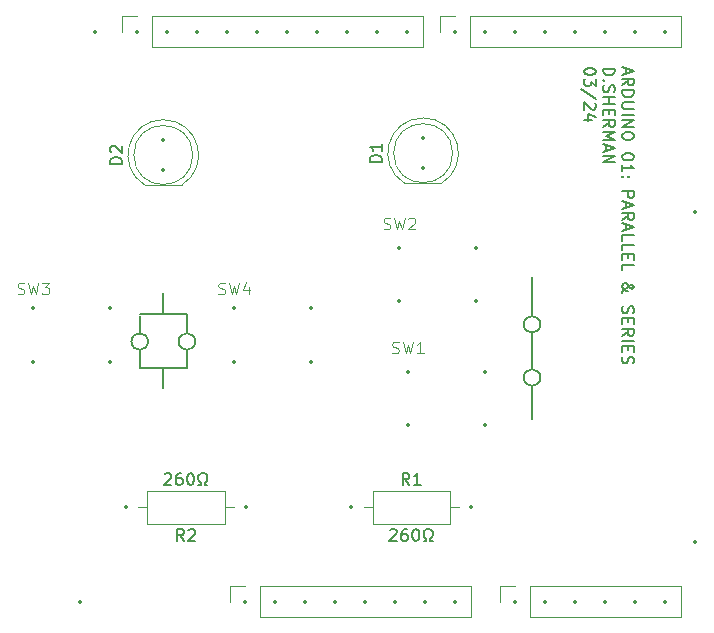
<source format=gbr>
%TF.GenerationSoftware,KiCad,Pcbnew,8.0.0*%
%TF.CreationDate,2024-03-19T17:26:08-04:00*%
%TF.ProjectId,1_arduino_project,315f6172-6475-4696-9e6f-5f70726f6a65,rev?*%
%TF.SameCoordinates,Original*%
%TF.FileFunction,Legend,Top*%
%TF.FilePolarity,Positive*%
%FSLAX46Y46*%
G04 Gerber Fmt 4.6, Leading zero omitted, Abs format (unit mm)*
G04 Created by KiCad (PCBNEW 8.0.0) date 2024-03-19 17:26:08*
%MOMM*%
%LPD*%
G01*
G04 APERTURE LIST*
%ADD10C,0.150000*%
%ADD11C,0.100000*%
%ADD12C,0.120000*%
%ADD13C,0.350000*%
G04 APERTURE END LIST*
D10*
X123000000Y-73150000D02*
X119000000Y-73150000D01*
X123700000Y-75450000D02*
G75*
G02*
X122300000Y-75450000I-700000J0D01*
G01*
X122300000Y-75450000D02*
G75*
G02*
X123700000Y-75450000I700000J0D01*
G01*
X123000000Y-73150000D02*
X123000000Y-74650000D01*
X123000000Y-77650000D02*
X123000000Y-76150000D01*
X119000000Y-77650000D02*
X123000000Y-77650000D01*
X152225000Y-70000000D02*
X152225000Y-73300000D01*
X121000000Y-77650000D02*
X121000000Y-79350000D01*
X152225000Y-74700000D02*
X152225000Y-77800000D01*
X152925000Y-78500000D02*
G75*
G02*
X151525000Y-78500000I-700000J0D01*
G01*
X151525000Y-78500000D02*
G75*
G02*
X152925000Y-78500000I700000J0D01*
G01*
X152225000Y-79200000D02*
X152225000Y-82000000D01*
X121000000Y-71300000D02*
X121000000Y-73150000D01*
X119000000Y-73250000D02*
X119000000Y-74750000D01*
X152925000Y-74000000D02*
G75*
G02*
X151525000Y-74000000I-700000J0D01*
G01*
X151525000Y-74000000D02*
G75*
G02*
X152925000Y-74000000I700000J0D01*
G01*
X119700000Y-75450000D02*
G75*
G02*
X118300000Y-75450000I-700000J0D01*
G01*
X118300000Y-75450000D02*
G75*
G02*
X119700000Y-75450000I700000J0D01*
G01*
X119000000Y-77650000D02*
X119000000Y-76150000D01*
X160135783Y-52289160D02*
X160135783Y-52765350D01*
X159850068Y-52193922D02*
X160850068Y-52527255D01*
X160850068Y-52527255D02*
X159850068Y-52860588D01*
X159850068Y-53765350D02*
X160326259Y-53432017D01*
X159850068Y-53193922D02*
X160850068Y-53193922D01*
X160850068Y-53193922D02*
X160850068Y-53574874D01*
X160850068Y-53574874D02*
X160802449Y-53670112D01*
X160802449Y-53670112D02*
X160754830Y-53717731D01*
X160754830Y-53717731D02*
X160659592Y-53765350D01*
X160659592Y-53765350D02*
X160516735Y-53765350D01*
X160516735Y-53765350D02*
X160421497Y-53717731D01*
X160421497Y-53717731D02*
X160373878Y-53670112D01*
X160373878Y-53670112D02*
X160326259Y-53574874D01*
X160326259Y-53574874D02*
X160326259Y-53193922D01*
X159850068Y-54193922D02*
X160850068Y-54193922D01*
X160850068Y-54193922D02*
X160850068Y-54432017D01*
X160850068Y-54432017D02*
X160802449Y-54574874D01*
X160802449Y-54574874D02*
X160707211Y-54670112D01*
X160707211Y-54670112D02*
X160611973Y-54717731D01*
X160611973Y-54717731D02*
X160421497Y-54765350D01*
X160421497Y-54765350D02*
X160278640Y-54765350D01*
X160278640Y-54765350D02*
X160088164Y-54717731D01*
X160088164Y-54717731D02*
X159992926Y-54670112D01*
X159992926Y-54670112D02*
X159897688Y-54574874D01*
X159897688Y-54574874D02*
X159850068Y-54432017D01*
X159850068Y-54432017D02*
X159850068Y-54193922D01*
X160850068Y-55193922D02*
X160040545Y-55193922D01*
X160040545Y-55193922D02*
X159945307Y-55241541D01*
X159945307Y-55241541D02*
X159897688Y-55289160D01*
X159897688Y-55289160D02*
X159850068Y-55384398D01*
X159850068Y-55384398D02*
X159850068Y-55574874D01*
X159850068Y-55574874D02*
X159897688Y-55670112D01*
X159897688Y-55670112D02*
X159945307Y-55717731D01*
X159945307Y-55717731D02*
X160040545Y-55765350D01*
X160040545Y-55765350D02*
X160850068Y-55765350D01*
X159850068Y-56241541D02*
X160850068Y-56241541D01*
X159850068Y-56717731D02*
X160850068Y-56717731D01*
X160850068Y-56717731D02*
X159850068Y-57289159D01*
X159850068Y-57289159D02*
X160850068Y-57289159D01*
X160850068Y-57955826D02*
X160850068Y-58146302D01*
X160850068Y-58146302D02*
X160802449Y-58241540D01*
X160802449Y-58241540D02*
X160707211Y-58336778D01*
X160707211Y-58336778D02*
X160516735Y-58384397D01*
X160516735Y-58384397D02*
X160183402Y-58384397D01*
X160183402Y-58384397D02*
X159992926Y-58336778D01*
X159992926Y-58336778D02*
X159897688Y-58241540D01*
X159897688Y-58241540D02*
X159850068Y-58146302D01*
X159850068Y-58146302D02*
X159850068Y-57955826D01*
X159850068Y-57955826D02*
X159897688Y-57860588D01*
X159897688Y-57860588D02*
X159992926Y-57765350D01*
X159992926Y-57765350D02*
X160183402Y-57717731D01*
X160183402Y-57717731D02*
X160516735Y-57717731D01*
X160516735Y-57717731D02*
X160707211Y-57765350D01*
X160707211Y-57765350D02*
X160802449Y-57860588D01*
X160802449Y-57860588D02*
X160850068Y-57955826D01*
X160850068Y-59765350D02*
X160850068Y-59860588D01*
X160850068Y-59860588D02*
X160802449Y-59955826D01*
X160802449Y-59955826D02*
X160754830Y-60003445D01*
X160754830Y-60003445D02*
X160659592Y-60051064D01*
X160659592Y-60051064D02*
X160469116Y-60098683D01*
X160469116Y-60098683D02*
X160231021Y-60098683D01*
X160231021Y-60098683D02*
X160040545Y-60051064D01*
X160040545Y-60051064D02*
X159945307Y-60003445D01*
X159945307Y-60003445D02*
X159897688Y-59955826D01*
X159897688Y-59955826D02*
X159850068Y-59860588D01*
X159850068Y-59860588D02*
X159850068Y-59765350D01*
X159850068Y-59765350D02*
X159897688Y-59670112D01*
X159897688Y-59670112D02*
X159945307Y-59622493D01*
X159945307Y-59622493D02*
X160040545Y-59574874D01*
X160040545Y-59574874D02*
X160231021Y-59527255D01*
X160231021Y-59527255D02*
X160469116Y-59527255D01*
X160469116Y-59527255D02*
X160659592Y-59574874D01*
X160659592Y-59574874D02*
X160754830Y-59622493D01*
X160754830Y-59622493D02*
X160802449Y-59670112D01*
X160802449Y-59670112D02*
X160850068Y-59765350D01*
X159850068Y-61051064D02*
X159850068Y-60479636D01*
X159850068Y-60765350D02*
X160850068Y-60765350D01*
X160850068Y-60765350D02*
X160707211Y-60670112D01*
X160707211Y-60670112D02*
X160611973Y-60574874D01*
X160611973Y-60574874D02*
X160564354Y-60479636D01*
X159945307Y-61479636D02*
X159897688Y-61527255D01*
X159897688Y-61527255D02*
X159850068Y-61479636D01*
X159850068Y-61479636D02*
X159897688Y-61432017D01*
X159897688Y-61432017D02*
X159945307Y-61479636D01*
X159945307Y-61479636D02*
X159850068Y-61479636D01*
X160469116Y-61479636D02*
X160421497Y-61527255D01*
X160421497Y-61527255D02*
X160373878Y-61479636D01*
X160373878Y-61479636D02*
X160421497Y-61432017D01*
X160421497Y-61432017D02*
X160469116Y-61479636D01*
X160469116Y-61479636D02*
X160373878Y-61479636D01*
X159850068Y-62717731D02*
X160850068Y-62717731D01*
X160850068Y-62717731D02*
X160850068Y-63098683D01*
X160850068Y-63098683D02*
X160802449Y-63193921D01*
X160802449Y-63193921D02*
X160754830Y-63241540D01*
X160754830Y-63241540D02*
X160659592Y-63289159D01*
X160659592Y-63289159D02*
X160516735Y-63289159D01*
X160516735Y-63289159D02*
X160421497Y-63241540D01*
X160421497Y-63241540D02*
X160373878Y-63193921D01*
X160373878Y-63193921D02*
X160326259Y-63098683D01*
X160326259Y-63098683D02*
X160326259Y-62717731D01*
X160135783Y-63670112D02*
X160135783Y-64146302D01*
X159850068Y-63574874D02*
X160850068Y-63908207D01*
X160850068Y-63908207D02*
X159850068Y-64241540D01*
X159850068Y-65146302D02*
X160326259Y-64812969D01*
X159850068Y-64574874D02*
X160850068Y-64574874D01*
X160850068Y-64574874D02*
X160850068Y-64955826D01*
X160850068Y-64955826D02*
X160802449Y-65051064D01*
X160802449Y-65051064D02*
X160754830Y-65098683D01*
X160754830Y-65098683D02*
X160659592Y-65146302D01*
X160659592Y-65146302D02*
X160516735Y-65146302D01*
X160516735Y-65146302D02*
X160421497Y-65098683D01*
X160421497Y-65098683D02*
X160373878Y-65051064D01*
X160373878Y-65051064D02*
X160326259Y-64955826D01*
X160326259Y-64955826D02*
X160326259Y-64574874D01*
X160135783Y-65527255D02*
X160135783Y-66003445D01*
X159850068Y-65432017D02*
X160850068Y-65765350D01*
X160850068Y-65765350D02*
X159850068Y-66098683D01*
X159850068Y-66908207D02*
X159850068Y-66432017D01*
X159850068Y-66432017D02*
X160850068Y-66432017D01*
X159850068Y-67717731D02*
X159850068Y-67241541D01*
X159850068Y-67241541D02*
X160850068Y-67241541D01*
X160373878Y-68051065D02*
X160373878Y-68384398D01*
X159850068Y-68527255D02*
X159850068Y-68051065D01*
X159850068Y-68051065D02*
X160850068Y-68051065D01*
X160850068Y-68051065D02*
X160850068Y-68527255D01*
X159850068Y-69432017D02*
X159850068Y-68955827D01*
X159850068Y-68955827D02*
X160850068Y-68955827D01*
X159850068Y-71336780D02*
X159850068Y-71289161D01*
X159850068Y-71289161D02*
X159897688Y-71193922D01*
X159897688Y-71193922D02*
X160040545Y-71051065D01*
X160040545Y-71051065D02*
X160326259Y-70812970D01*
X160326259Y-70812970D02*
X160469116Y-70717732D01*
X160469116Y-70717732D02*
X160611973Y-70670113D01*
X160611973Y-70670113D02*
X160707211Y-70670113D01*
X160707211Y-70670113D02*
X160802449Y-70717732D01*
X160802449Y-70717732D02*
X160850068Y-70812970D01*
X160850068Y-70812970D02*
X160850068Y-70860589D01*
X160850068Y-70860589D02*
X160802449Y-70955827D01*
X160802449Y-70955827D02*
X160707211Y-71003446D01*
X160707211Y-71003446D02*
X160659592Y-71003446D01*
X160659592Y-71003446D02*
X160564354Y-70955827D01*
X160564354Y-70955827D02*
X160516735Y-70908208D01*
X160516735Y-70908208D02*
X160326259Y-70622494D01*
X160326259Y-70622494D02*
X160278640Y-70574875D01*
X160278640Y-70574875D02*
X160183402Y-70527256D01*
X160183402Y-70527256D02*
X160040545Y-70527256D01*
X160040545Y-70527256D02*
X159945307Y-70574875D01*
X159945307Y-70574875D02*
X159897688Y-70622494D01*
X159897688Y-70622494D02*
X159850068Y-70717732D01*
X159850068Y-70717732D02*
X159850068Y-70860589D01*
X159850068Y-70860589D02*
X159897688Y-70955827D01*
X159897688Y-70955827D02*
X159945307Y-71003446D01*
X159945307Y-71003446D02*
X160135783Y-71146303D01*
X160135783Y-71146303D02*
X160278640Y-71193922D01*
X160278640Y-71193922D02*
X160373878Y-71193922D01*
X159897688Y-72479637D02*
X159850068Y-72622494D01*
X159850068Y-72622494D02*
X159850068Y-72860589D01*
X159850068Y-72860589D02*
X159897688Y-72955827D01*
X159897688Y-72955827D02*
X159945307Y-73003446D01*
X159945307Y-73003446D02*
X160040545Y-73051065D01*
X160040545Y-73051065D02*
X160135783Y-73051065D01*
X160135783Y-73051065D02*
X160231021Y-73003446D01*
X160231021Y-73003446D02*
X160278640Y-72955827D01*
X160278640Y-72955827D02*
X160326259Y-72860589D01*
X160326259Y-72860589D02*
X160373878Y-72670113D01*
X160373878Y-72670113D02*
X160421497Y-72574875D01*
X160421497Y-72574875D02*
X160469116Y-72527256D01*
X160469116Y-72527256D02*
X160564354Y-72479637D01*
X160564354Y-72479637D02*
X160659592Y-72479637D01*
X160659592Y-72479637D02*
X160754830Y-72527256D01*
X160754830Y-72527256D02*
X160802449Y-72574875D01*
X160802449Y-72574875D02*
X160850068Y-72670113D01*
X160850068Y-72670113D02*
X160850068Y-72908208D01*
X160850068Y-72908208D02*
X160802449Y-73051065D01*
X160373878Y-73479637D02*
X160373878Y-73812970D01*
X159850068Y-73955827D02*
X159850068Y-73479637D01*
X159850068Y-73479637D02*
X160850068Y-73479637D01*
X160850068Y-73479637D02*
X160850068Y-73955827D01*
X159850068Y-74955827D02*
X160326259Y-74622494D01*
X159850068Y-74384399D02*
X160850068Y-74384399D01*
X160850068Y-74384399D02*
X160850068Y-74765351D01*
X160850068Y-74765351D02*
X160802449Y-74860589D01*
X160802449Y-74860589D02*
X160754830Y-74908208D01*
X160754830Y-74908208D02*
X160659592Y-74955827D01*
X160659592Y-74955827D02*
X160516735Y-74955827D01*
X160516735Y-74955827D02*
X160421497Y-74908208D01*
X160421497Y-74908208D02*
X160373878Y-74860589D01*
X160373878Y-74860589D02*
X160326259Y-74765351D01*
X160326259Y-74765351D02*
X160326259Y-74384399D01*
X159850068Y-75384399D02*
X160850068Y-75384399D01*
X160373878Y-75860589D02*
X160373878Y-76193922D01*
X159850068Y-76336779D02*
X159850068Y-75860589D01*
X159850068Y-75860589D02*
X160850068Y-75860589D01*
X160850068Y-75860589D02*
X160850068Y-76336779D01*
X159897688Y-76717732D02*
X159850068Y-76860589D01*
X159850068Y-76860589D02*
X159850068Y-77098684D01*
X159850068Y-77098684D02*
X159897688Y-77193922D01*
X159897688Y-77193922D02*
X159945307Y-77241541D01*
X159945307Y-77241541D02*
X160040545Y-77289160D01*
X160040545Y-77289160D02*
X160135783Y-77289160D01*
X160135783Y-77289160D02*
X160231021Y-77241541D01*
X160231021Y-77241541D02*
X160278640Y-77193922D01*
X160278640Y-77193922D02*
X160326259Y-77098684D01*
X160326259Y-77098684D02*
X160373878Y-76908208D01*
X160373878Y-76908208D02*
X160421497Y-76812970D01*
X160421497Y-76812970D02*
X160469116Y-76765351D01*
X160469116Y-76765351D02*
X160564354Y-76717732D01*
X160564354Y-76717732D02*
X160659592Y-76717732D01*
X160659592Y-76717732D02*
X160754830Y-76765351D01*
X160754830Y-76765351D02*
X160802449Y-76812970D01*
X160802449Y-76812970D02*
X160850068Y-76908208D01*
X160850068Y-76908208D02*
X160850068Y-77146303D01*
X160850068Y-77146303D02*
X160802449Y-77289160D01*
X158240124Y-52336779D02*
X159240124Y-52336779D01*
X159240124Y-52336779D02*
X159240124Y-52574874D01*
X159240124Y-52574874D02*
X159192505Y-52717731D01*
X159192505Y-52717731D02*
X159097267Y-52812969D01*
X159097267Y-52812969D02*
X159002029Y-52860588D01*
X159002029Y-52860588D02*
X158811553Y-52908207D01*
X158811553Y-52908207D02*
X158668696Y-52908207D01*
X158668696Y-52908207D02*
X158478220Y-52860588D01*
X158478220Y-52860588D02*
X158382982Y-52812969D01*
X158382982Y-52812969D02*
X158287744Y-52717731D01*
X158287744Y-52717731D02*
X158240124Y-52574874D01*
X158240124Y-52574874D02*
X158240124Y-52336779D01*
X158335363Y-53336779D02*
X158287744Y-53384398D01*
X158287744Y-53384398D02*
X158240124Y-53336779D01*
X158240124Y-53336779D02*
X158287744Y-53289160D01*
X158287744Y-53289160D02*
X158335363Y-53336779D01*
X158335363Y-53336779D02*
X158240124Y-53336779D01*
X158287744Y-53765350D02*
X158240124Y-53908207D01*
X158240124Y-53908207D02*
X158240124Y-54146302D01*
X158240124Y-54146302D02*
X158287744Y-54241540D01*
X158287744Y-54241540D02*
X158335363Y-54289159D01*
X158335363Y-54289159D02*
X158430601Y-54336778D01*
X158430601Y-54336778D02*
X158525839Y-54336778D01*
X158525839Y-54336778D02*
X158621077Y-54289159D01*
X158621077Y-54289159D02*
X158668696Y-54241540D01*
X158668696Y-54241540D02*
X158716315Y-54146302D01*
X158716315Y-54146302D02*
X158763934Y-53955826D01*
X158763934Y-53955826D02*
X158811553Y-53860588D01*
X158811553Y-53860588D02*
X158859172Y-53812969D01*
X158859172Y-53812969D02*
X158954410Y-53765350D01*
X158954410Y-53765350D02*
X159049648Y-53765350D01*
X159049648Y-53765350D02*
X159144886Y-53812969D01*
X159144886Y-53812969D02*
X159192505Y-53860588D01*
X159192505Y-53860588D02*
X159240124Y-53955826D01*
X159240124Y-53955826D02*
X159240124Y-54193921D01*
X159240124Y-54193921D02*
X159192505Y-54336778D01*
X158240124Y-54765350D02*
X159240124Y-54765350D01*
X158763934Y-54765350D02*
X158763934Y-55336778D01*
X158240124Y-55336778D02*
X159240124Y-55336778D01*
X158763934Y-55812969D02*
X158763934Y-56146302D01*
X158240124Y-56289159D02*
X158240124Y-55812969D01*
X158240124Y-55812969D02*
X159240124Y-55812969D01*
X159240124Y-55812969D02*
X159240124Y-56289159D01*
X158240124Y-57289159D02*
X158716315Y-56955826D01*
X158240124Y-56717731D02*
X159240124Y-56717731D01*
X159240124Y-56717731D02*
X159240124Y-57098683D01*
X159240124Y-57098683D02*
X159192505Y-57193921D01*
X159192505Y-57193921D02*
X159144886Y-57241540D01*
X159144886Y-57241540D02*
X159049648Y-57289159D01*
X159049648Y-57289159D02*
X158906791Y-57289159D01*
X158906791Y-57289159D02*
X158811553Y-57241540D01*
X158811553Y-57241540D02*
X158763934Y-57193921D01*
X158763934Y-57193921D02*
X158716315Y-57098683D01*
X158716315Y-57098683D02*
X158716315Y-56717731D01*
X158240124Y-57717731D02*
X159240124Y-57717731D01*
X159240124Y-57717731D02*
X158525839Y-58051064D01*
X158525839Y-58051064D02*
X159240124Y-58384397D01*
X159240124Y-58384397D02*
X158240124Y-58384397D01*
X158525839Y-58812969D02*
X158525839Y-59289159D01*
X158240124Y-58717731D02*
X159240124Y-59051064D01*
X159240124Y-59051064D02*
X158240124Y-59384397D01*
X158240124Y-59717731D02*
X159240124Y-59717731D01*
X159240124Y-59717731D02*
X158240124Y-60289159D01*
X158240124Y-60289159D02*
X159240124Y-60289159D01*
X157630180Y-52527255D02*
X157630180Y-52622493D01*
X157630180Y-52622493D02*
X157582561Y-52717731D01*
X157582561Y-52717731D02*
X157534942Y-52765350D01*
X157534942Y-52765350D02*
X157439704Y-52812969D01*
X157439704Y-52812969D02*
X157249228Y-52860588D01*
X157249228Y-52860588D02*
X157011133Y-52860588D01*
X157011133Y-52860588D02*
X156820657Y-52812969D01*
X156820657Y-52812969D02*
X156725419Y-52765350D01*
X156725419Y-52765350D02*
X156677800Y-52717731D01*
X156677800Y-52717731D02*
X156630180Y-52622493D01*
X156630180Y-52622493D02*
X156630180Y-52527255D01*
X156630180Y-52527255D02*
X156677800Y-52432017D01*
X156677800Y-52432017D02*
X156725419Y-52384398D01*
X156725419Y-52384398D02*
X156820657Y-52336779D01*
X156820657Y-52336779D02*
X157011133Y-52289160D01*
X157011133Y-52289160D02*
X157249228Y-52289160D01*
X157249228Y-52289160D02*
X157439704Y-52336779D01*
X157439704Y-52336779D02*
X157534942Y-52384398D01*
X157534942Y-52384398D02*
X157582561Y-52432017D01*
X157582561Y-52432017D02*
X157630180Y-52527255D01*
X157630180Y-53193922D02*
X157630180Y-53812969D01*
X157630180Y-53812969D02*
X157249228Y-53479636D01*
X157249228Y-53479636D02*
X157249228Y-53622493D01*
X157249228Y-53622493D02*
X157201609Y-53717731D01*
X157201609Y-53717731D02*
X157153990Y-53765350D01*
X157153990Y-53765350D02*
X157058752Y-53812969D01*
X157058752Y-53812969D02*
X156820657Y-53812969D01*
X156820657Y-53812969D02*
X156725419Y-53765350D01*
X156725419Y-53765350D02*
X156677800Y-53717731D01*
X156677800Y-53717731D02*
X156630180Y-53622493D01*
X156630180Y-53622493D02*
X156630180Y-53336779D01*
X156630180Y-53336779D02*
X156677800Y-53241541D01*
X156677800Y-53241541D02*
X156725419Y-53193922D01*
X157677800Y-54955826D02*
X156392085Y-54098684D01*
X157534942Y-55241541D02*
X157582561Y-55289160D01*
X157582561Y-55289160D02*
X157630180Y-55384398D01*
X157630180Y-55384398D02*
X157630180Y-55622493D01*
X157630180Y-55622493D02*
X157582561Y-55717731D01*
X157582561Y-55717731D02*
X157534942Y-55765350D01*
X157534942Y-55765350D02*
X157439704Y-55812969D01*
X157439704Y-55812969D02*
X157344466Y-55812969D01*
X157344466Y-55812969D02*
X157201609Y-55765350D01*
X157201609Y-55765350D02*
X156630180Y-55193922D01*
X156630180Y-55193922D02*
X156630180Y-55812969D01*
X157296847Y-56670112D02*
X156630180Y-56670112D01*
X157677800Y-56432017D02*
X156963514Y-56193922D01*
X156963514Y-56193922D02*
X156963514Y-56812969D01*
X141833333Y-87584819D02*
X141500000Y-87108628D01*
X141261905Y-87584819D02*
X141261905Y-86584819D01*
X141261905Y-86584819D02*
X141642857Y-86584819D01*
X141642857Y-86584819D02*
X141738095Y-86632438D01*
X141738095Y-86632438D02*
X141785714Y-86680057D01*
X141785714Y-86680057D02*
X141833333Y-86775295D01*
X141833333Y-86775295D02*
X141833333Y-86918152D01*
X141833333Y-86918152D02*
X141785714Y-87013390D01*
X141785714Y-87013390D02*
X141738095Y-87061009D01*
X141738095Y-87061009D02*
X141642857Y-87108628D01*
X141642857Y-87108628D02*
X141261905Y-87108628D01*
X142785714Y-87584819D02*
X142214286Y-87584819D01*
X142500000Y-87584819D02*
X142500000Y-86584819D01*
X142500000Y-86584819D02*
X142404762Y-86727676D01*
X142404762Y-86727676D02*
X142309524Y-86822914D01*
X142309524Y-86822914D02*
X142214286Y-86870533D01*
X140190476Y-91420057D02*
X140238095Y-91372438D01*
X140238095Y-91372438D02*
X140333333Y-91324819D01*
X140333333Y-91324819D02*
X140571428Y-91324819D01*
X140571428Y-91324819D02*
X140666666Y-91372438D01*
X140666666Y-91372438D02*
X140714285Y-91420057D01*
X140714285Y-91420057D02*
X140761904Y-91515295D01*
X140761904Y-91515295D02*
X140761904Y-91610533D01*
X140761904Y-91610533D02*
X140714285Y-91753390D01*
X140714285Y-91753390D02*
X140142857Y-92324819D01*
X140142857Y-92324819D02*
X140761904Y-92324819D01*
X141619047Y-91324819D02*
X141428571Y-91324819D01*
X141428571Y-91324819D02*
X141333333Y-91372438D01*
X141333333Y-91372438D02*
X141285714Y-91420057D01*
X141285714Y-91420057D02*
X141190476Y-91562914D01*
X141190476Y-91562914D02*
X141142857Y-91753390D01*
X141142857Y-91753390D02*
X141142857Y-92134342D01*
X141142857Y-92134342D02*
X141190476Y-92229580D01*
X141190476Y-92229580D02*
X141238095Y-92277200D01*
X141238095Y-92277200D02*
X141333333Y-92324819D01*
X141333333Y-92324819D02*
X141523809Y-92324819D01*
X141523809Y-92324819D02*
X141619047Y-92277200D01*
X141619047Y-92277200D02*
X141666666Y-92229580D01*
X141666666Y-92229580D02*
X141714285Y-92134342D01*
X141714285Y-92134342D02*
X141714285Y-91896247D01*
X141714285Y-91896247D02*
X141666666Y-91801009D01*
X141666666Y-91801009D02*
X141619047Y-91753390D01*
X141619047Y-91753390D02*
X141523809Y-91705771D01*
X141523809Y-91705771D02*
X141333333Y-91705771D01*
X141333333Y-91705771D02*
X141238095Y-91753390D01*
X141238095Y-91753390D02*
X141190476Y-91801009D01*
X141190476Y-91801009D02*
X141142857Y-91896247D01*
X142333333Y-91324819D02*
X142428571Y-91324819D01*
X142428571Y-91324819D02*
X142523809Y-91372438D01*
X142523809Y-91372438D02*
X142571428Y-91420057D01*
X142571428Y-91420057D02*
X142619047Y-91515295D01*
X142619047Y-91515295D02*
X142666666Y-91705771D01*
X142666666Y-91705771D02*
X142666666Y-91943866D01*
X142666666Y-91943866D02*
X142619047Y-92134342D01*
X142619047Y-92134342D02*
X142571428Y-92229580D01*
X142571428Y-92229580D02*
X142523809Y-92277200D01*
X142523809Y-92277200D02*
X142428571Y-92324819D01*
X142428571Y-92324819D02*
X142333333Y-92324819D01*
X142333333Y-92324819D02*
X142238095Y-92277200D01*
X142238095Y-92277200D02*
X142190476Y-92229580D01*
X142190476Y-92229580D02*
X142142857Y-92134342D01*
X142142857Y-92134342D02*
X142095238Y-91943866D01*
X142095238Y-91943866D02*
X142095238Y-91705771D01*
X142095238Y-91705771D02*
X142142857Y-91515295D01*
X142142857Y-91515295D02*
X142190476Y-91420057D01*
X142190476Y-91420057D02*
X142238095Y-91372438D01*
X142238095Y-91372438D02*
X142333333Y-91324819D01*
X143047619Y-92324819D02*
X143285714Y-92324819D01*
X143285714Y-92324819D02*
X143285714Y-92134342D01*
X143285714Y-92134342D02*
X143190476Y-92086723D01*
X143190476Y-92086723D02*
X143095238Y-91991485D01*
X143095238Y-91991485D02*
X143047619Y-91848628D01*
X143047619Y-91848628D02*
X143047619Y-91610533D01*
X143047619Y-91610533D02*
X143095238Y-91467676D01*
X143095238Y-91467676D02*
X143190476Y-91372438D01*
X143190476Y-91372438D02*
X143333333Y-91324819D01*
X143333333Y-91324819D02*
X143523809Y-91324819D01*
X143523809Y-91324819D02*
X143666666Y-91372438D01*
X143666666Y-91372438D02*
X143761904Y-91467676D01*
X143761904Y-91467676D02*
X143809523Y-91610533D01*
X143809523Y-91610533D02*
X143809523Y-91848628D01*
X143809523Y-91848628D02*
X143761904Y-91991485D01*
X143761904Y-91991485D02*
X143666666Y-92086723D01*
X143666666Y-92086723D02*
X143571428Y-92134342D01*
X143571428Y-92134342D02*
X143571428Y-92324819D01*
X143571428Y-92324819D02*
X143809523Y-92324819D01*
X122753333Y-92324819D02*
X122420000Y-91848628D01*
X122181905Y-92324819D02*
X122181905Y-91324819D01*
X122181905Y-91324819D02*
X122562857Y-91324819D01*
X122562857Y-91324819D02*
X122658095Y-91372438D01*
X122658095Y-91372438D02*
X122705714Y-91420057D01*
X122705714Y-91420057D02*
X122753333Y-91515295D01*
X122753333Y-91515295D02*
X122753333Y-91658152D01*
X122753333Y-91658152D02*
X122705714Y-91753390D01*
X122705714Y-91753390D02*
X122658095Y-91801009D01*
X122658095Y-91801009D02*
X122562857Y-91848628D01*
X122562857Y-91848628D02*
X122181905Y-91848628D01*
X123134286Y-91420057D02*
X123181905Y-91372438D01*
X123181905Y-91372438D02*
X123277143Y-91324819D01*
X123277143Y-91324819D02*
X123515238Y-91324819D01*
X123515238Y-91324819D02*
X123610476Y-91372438D01*
X123610476Y-91372438D02*
X123658095Y-91420057D01*
X123658095Y-91420057D02*
X123705714Y-91515295D01*
X123705714Y-91515295D02*
X123705714Y-91610533D01*
X123705714Y-91610533D02*
X123658095Y-91753390D01*
X123658095Y-91753390D02*
X123086667Y-92324819D01*
X123086667Y-92324819D02*
X123705714Y-92324819D01*
X121110476Y-86680057D02*
X121158095Y-86632438D01*
X121158095Y-86632438D02*
X121253333Y-86584819D01*
X121253333Y-86584819D02*
X121491428Y-86584819D01*
X121491428Y-86584819D02*
X121586666Y-86632438D01*
X121586666Y-86632438D02*
X121634285Y-86680057D01*
X121634285Y-86680057D02*
X121681904Y-86775295D01*
X121681904Y-86775295D02*
X121681904Y-86870533D01*
X121681904Y-86870533D02*
X121634285Y-87013390D01*
X121634285Y-87013390D02*
X121062857Y-87584819D01*
X121062857Y-87584819D02*
X121681904Y-87584819D01*
X122539047Y-86584819D02*
X122348571Y-86584819D01*
X122348571Y-86584819D02*
X122253333Y-86632438D01*
X122253333Y-86632438D02*
X122205714Y-86680057D01*
X122205714Y-86680057D02*
X122110476Y-86822914D01*
X122110476Y-86822914D02*
X122062857Y-87013390D01*
X122062857Y-87013390D02*
X122062857Y-87394342D01*
X122062857Y-87394342D02*
X122110476Y-87489580D01*
X122110476Y-87489580D02*
X122158095Y-87537200D01*
X122158095Y-87537200D02*
X122253333Y-87584819D01*
X122253333Y-87584819D02*
X122443809Y-87584819D01*
X122443809Y-87584819D02*
X122539047Y-87537200D01*
X122539047Y-87537200D02*
X122586666Y-87489580D01*
X122586666Y-87489580D02*
X122634285Y-87394342D01*
X122634285Y-87394342D02*
X122634285Y-87156247D01*
X122634285Y-87156247D02*
X122586666Y-87061009D01*
X122586666Y-87061009D02*
X122539047Y-87013390D01*
X122539047Y-87013390D02*
X122443809Y-86965771D01*
X122443809Y-86965771D02*
X122253333Y-86965771D01*
X122253333Y-86965771D02*
X122158095Y-87013390D01*
X122158095Y-87013390D02*
X122110476Y-87061009D01*
X122110476Y-87061009D02*
X122062857Y-87156247D01*
X123253333Y-86584819D02*
X123348571Y-86584819D01*
X123348571Y-86584819D02*
X123443809Y-86632438D01*
X123443809Y-86632438D02*
X123491428Y-86680057D01*
X123491428Y-86680057D02*
X123539047Y-86775295D01*
X123539047Y-86775295D02*
X123586666Y-86965771D01*
X123586666Y-86965771D02*
X123586666Y-87203866D01*
X123586666Y-87203866D02*
X123539047Y-87394342D01*
X123539047Y-87394342D02*
X123491428Y-87489580D01*
X123491428Y-87489580D02*
X123443809Y-87537200D01*
X123443809Y-87537200D02*
X123348571Y-87584819D01*
X123348571Y-87584819D02*
X123253333Y-87584819D01*
X123253333Y-87584819D02*
X123158095Y-87537200D01*
X123158095Y-87537200D02*
X123110476Y-87489580D01*
X123110476Y-87489580D02*
X123062857Y-87394342D01*
X123062857Y-87394342D02*
X123015238Y-87203866D01*
X123015238Y-87203866D02*
X123015238Y-86965771D01*
X123015238Y-86965771D02*
X123062857Y-86775295D01*
X123062857Y-86775295D02*
X123110476Y-86680057D01*
X123110476Y-86680057D02*
X123158095Y-86632438D01*
X123158095Y-86632438D02*
X123253333Y-86584819D01*
X123967619Y-87584819D02*
X124205714Y-87584819D01*
X124205714Y-87584819D02*
X124205714Y-87394342D01*
X124205714Y-87394342D02*
X124110476Y-87346723D01*
X124110476Y-87346723D02*
X124015238Y-87251485D01*
X124015238Y-87251485D02*
X123967619Y-87108628D01*
X123967619Y-87108628D02*
X123967619Y-86870533D01*
X123967619Y-86870533D02*
X124015238Y-86727676D01*
X124015238Y-86727676D02*
X124110476Y-86632438D01*
X124110476Y-86632438D02*
X124253333Y-86584819D01*
X124253333Y-86584819D02*
X124443809Y-86584819D01*
X124443809Y-86584819D02*
X124586666Y-86632438D01*
X124586666Y-86632438D02*
X124681904Y-86727676D01*
X124681904Y-86727676D02*
X124729523Y-86870533D01*
X124729523Y-86870533D02*
X124729523Y-87108628D01*
X124729523Y-87108628D02*
X124681904Y-87251485D01*
X124681904Y-87251485D02*
X124586666Y-87346723D01*
X124586666Y-87346723D02*
X124491428Y-87394342D01*
X124491428Y-87394342D02*
X124491428Y-87584819D01*
X124491428Y-87584819D02*
X124729523Y-87584819D01*
D11*
X108666667Y-71409800D02*
X108809524Y-71457419D01*
X108809524Y-71457419D02*
X109047619Y-71457419D01*
X109047619Y-71457419D02*
X109142857Y-71409800D01*
X109142857Y-71409800D02*
X109190476Y-71362180D01*
X109190476Y-71362180D02*
X109238095Y-71266942D01*
X109238095Y-71266942D02*
X109238095Y-71171704D01*
X109238095Y-71171704D02*
X109190476Y-71076466D01*
X109190476Y-71076466D02*
X109142857Y-71028847D01*
X109142857Y-71028847D02*
X109047619Y-70981228D01*
X109047619Y-70981228D02*
X108857143Y-70933609D01*
X108857143Y-70933609D02*
X108761905Y-70885990D01*
X108761905Y-70885990D02*
X108714286Y-70838371D01*
X108714286Y-70838371D02*
X108666667Y-70743133D01*
X108666667Y-70743133D02*
X108666667Y-70647895D01*
X108666667Y-70647895D02*
X108714286Y-70552657D01*
X108714286Y-70552657D02*
X108761905Y-70505038D01*
X108761905Y-70505038D02*
X108857143Y-70457419D01*
X108857143Y-70457419D02*
X109095238Y-70457419D01*
X109095238Y-70457419D02*
X109238095Y-70505038D01*
X109571429Y-70457419D02*
X109809524Y-71457419D01*
X109809524Y-71457419D02*
X110000000Y-70743133D01*
X110000000Y-70743133D02*
X110190476Y-71457419D01*
X110190476Y-71457419D02*
X110428572Y-70457419D01*
X110714286Y-70457419D02*
X111333333Y-70457419D01*
X111333333Y-70457419D02*
X111000000Y-70838371D01*
X111000000Y-70838371D02*
X111142857Y-70838371D01*
X111142857Y-70838371D02*
X111238095Y-70885990D01*
X111238095Y-70885990D02*
X111285714Y-70933609D01*
X111285714Y-70933609D02*
X111333333Y-71028847D01*
X111333333Y-71028847D02*
X111333333Y-71266942D01*
X111333333Y-71266942D02*
X111285714Y-71362180D01*
X111285714Y-71362180D02*
X111238095Y-71409800D01*
X111238095Y-71409800D02*
X111142857Y-71457419D01*
X111142857Y-71457419D02*
X110857143Y-71457419D01*
X110857143Y-71457419D02*
X110761905Y-71409800D01*
X110761905Y-71409800D02*
X110714286Y-71362180D01*
D10*
X139494819Y-60243094D02*
X138494819Y-60243094D01*
X138494819Y-60243094D02*
X138494819Y-60004999D01*
X138494819Y-60004999D02*
X138542438Y-59862142D01*
X138542438Y-59862142D02*
X138637676Y-59766904D01*
X138637676Y-59766904D02*
X138732914Y-59719285D01*
X138732914Y-59719285D02*
X138923390Y-59671666D01*
X138923390Y-59671666D02*
X139066247Y-59671666D01*
X139066247Y-59671666D02*
X139256723Y-59719285D01*
X139256723Y-59719285D02*
X139351961Y-59766904D01*
X139351961Y-59766904D02*
X139447200Y-59862142D01*
X139447200Y-59862142D02*
X139494819Y-60004999D01*
X139494819Y-60004999D02*
X139494819Y-60243094D01*
X139494819Y-58719285D02*
X139494819Y-59290713D01*
X139494819Y-59004999D02*
X138494819Y-59004999D01*
X138494819Y-59004999D02*
X138637676Y-59100237D01*
X138637676Y-59100237D02*
X138732914Y-59195475D01*
X138732914Y-59195475D02*
X138780533Y-59290713D01*
D11*
X139666667Y-65909800D02*
X139809524Y-65957419D01*
X139809524Y-65957419D02*
X140047619Y-65957419D01*
X140047619Y-65957419D02*
X140142857Y-65909800D01*
X140142857Y-65909800D02*
X140190476Y-65862180D01*
X140190476Y-65862180D02*
X140238095Y-65766942D01*
X140238095Y-65766942D02*
X140238095Y-65671704D01*
X140238095Y-65671704D02*
X140190476Y-65576466D01*
X140190476Y-65576466D02*
X140142857Y-65528847D01*
X140142857Y-65528847D02*
X140047619Y-65481228D01*
X140047619Y-65481228D02*
X139857143Y-65433609D01*
X139857143Y-65433609D02*
X139761905Y-65385990D01*
X139761905Y-65385990D02*
X139714286Y-65338371D01*
X139714286Y-65338371D02*
X139666667Y-65243133D01*
X139666667Y-65243133D02*
X139666667Y-65147895D01*
X139666667Y-65147895D02*
X139714286Y-65052657D01*
X139714286Y-65052657D02*
X139761905Y-65005038D01*
X139761905Y-65005038D02*
X139857143Y-64957419D01*
X139857143Y-64957419D02*
X140095238Y-64957419D01*
X140095238Y-64957419D02*
X140238095Y-65005038D01*
X140571429Y-64957419D02*
X140809524Y-65957419D01*
X140809524Y-65957419D02*
X141000000Y-65243133D01*
X141000000Y-65243133D02*
X141190476Y-65957419D01*
X141190476Y-65957419D02*
X141428572Y-64957419D01*
X141761905Y-65052657D02*
X141809524Y-65005038D01*
X141809524Y-65005038D02*
X141904762Y-64957419D01*
X141904762Y-64957419D02*
X142142857Y-64957419D01*
X142142857Y-64957419D02*
X142238095Y-65005038D01*
X142238095Y-65005038D02*
X142285714Y-65052657D01*
X142285714Y-65052657D02*
X142333333Y-65147895D01*
X142333333Y-65147895D02*
X142333333Y-65243133D01*
X142333333Y-65243133D02*
X142285714Y-65385990D01*
X142285714Y-65385990D02*
X141714286Y-65957419D01*
X141714286Y-65957419D02*
X142333333Y-65957419D01*
D10*
X117494819Y-60393094D02*
X116494819Y-60393094D01*
X116494819Y-60393094D02*
X116494819Y-60154999D01*
X116494819Y-60154999D02*
X116542438Y-60012142D01*
X116542438Y-60012142D02*
X116637676Y-59916904D01*
X116637676Y-59916904D02*
X116732914Y-59869285D01*
X116732914Y-59869285D02*
X116923390Y-59821666D01*
X116923390Y-59821666D02*
X117066247Y-59821666D01*
X117066247Y-59821666D02*
X117256723Y-59869285D01*
X117256723Y-59869285D02*
X117351961Y-59916904D01*
X117351961Y-59916904D02*
X117447200Y-60012142D01*
X117447200Y-60012142D02*
X117494819Y-60154999D01*
X117494819Y-60154999D02*
X117494819Y-60393094D01*
X116590057Y-59440713D02*
X116542438Y-59393094D01*
X116542438Y-59393094D02*
X116494819Y-59297856D01*
X116494819Y-59297856D02*
X116494819Y-59059761D01*
X116494819Y-59059761D02*
X116542438Y-58964523D01*
X116542438Y-58964523D02*
X116590057Y-58916904D01*
X116590057Y-58916904D02*
X116685295Y-58869285D01*
X116685295Y-58869285D02*
X116780533Y-58869285D01*
X116780533Y-58869285D02*
X116923390Y-58916904D01*
X116923390Y-58916904D02*
X117494819Y-59488332D01*
X117494819Y-59488332D02*
X117494819Y-58869285D01*
D11*
X125666667Y-71409800D02*
X125809524Y-71457419D01*
X125809524Y-71457419D02*
X126047619Y-71457419D01*
X126047619Y-71457419D02*
X126142857Y-71409800D01*
X126142857Y-71409800D02*
X126190476Y-71362180D01*
X126190476Y-71362180D02*
X126238095Y-71266942D01*
X126238095Y-71266942D02*
X126238095Y-71171704D01*
X126238095Y-71171704D02*
X126190476Y-71076466D01*
X126190476Y-71076466D02*
X126142857Y-71028847D01*
X126142857Y-71028847D02*
X126047619Y-70981228D01*
X126047619Y-70981228D02*
X125857143Y-70933609D01*
X125857143Y-70933609D02*
X125761905Y-70885990D01*
X125761905Y-70885990D02*
X125714286Y-70838371D01*
X125714286Y-70838371D02*
X125666667Y-70743133D01*
X125666667Y-70743133D02*
X125666667Y-70647895D01*
X125666667Y-70647895D02*
X125714286Y-70552657D01*
X125714286Y-70552657D02*
X125761905Y-70505038D01*
X125761905Y-70505038D02*
X125857143Y-70457419D01*
X125857143Y-70457419D02*
X126095238Y-70457419D01*
X126095238Y-70457419D02*
X126238095Y-70505038D01*
X126571429Y-70457419D02*
X126809524Y-71457419D01*
X126809524Y-71457419D02*
X127000000Y-70743133D01*
X127000000Y-70743133D02*
X127190476Y-71457419D01*
X127190476Y-71457419D02*
X127428572Y-70457419D01*
X128238095Y-70790752D02*
X128238095Y-71457419D01*
X128000000Y-70409800D02*
X127761905Y-71124085D01*
X127761905Y-71124085D02*
X128380952Y-71124085D01*
X140391667Y-76409800D02*
X140534524Y-76457419D01*
X140534524Y-76457419D02*
X140772619Y-76457419D01*
X140772619Y-76457419D02*
X140867857Y-76409800D01*
X140867857Y-76409800D02*
X140915476Y-76362180D01*
X140915476Y-76362180D02*
X140963095Y-76266942D01*
X140963095Y-76266942D02*
X140963095Y-76171704D01*
X140963095Y-76171704D02*
X140915476Y-76076466D01*
X140915476Y-76076466D02*
X140867857Y-76028847D01*
X140867857Y-76028847D02*
X140772619Y-75981228D01*
X140772619Y-75981228D02*
X140582143Y-75933609D01*
X140582143Y-75933609D02*
X140486905Y-75885990D01*
X140486905Y-75885990D02*
X140439286Y-75838371D01*
X140439286Y-75838371D02*
X140391667Y-75743133D01*
X140391667Y-75743133D02*
X140391667Y-75647895D01*
X140391667Y-75647895D02*
X140439286Y-75552657D01*
X140439286Y-75552657D02*
X140486905Y-75505038D01*
X140486905Y-75505038D02*
X140582143Y-75457419D01*
X140582143Y-75457419D02*
X140820238Y-75457419D01*
X140820238Y-75457419D02*
X140963095Y-75505038D01*
X141296429Y-75457419D02*
X141534524Y-76457419D01*
X141534524Y-76457419D02*
X141725000Y-75743133D01*
X141725000Y-75743133D02*
X141915476Y-76457419D01*
X141915476Y-76457419D02*
X142153572Y-75457419D01*
X143058333Y-76457419D02*
X142486905Y-76457419D01*
X142772619Y-76457419D02*
X142772619Y-75457419D01*
X142772619Y-75457419D02*
X142677381Y-75600276D01*
X142677381Y-75600276D02*
X142582143Y-75695514D01*
X142582143Y-75695514D02*
X142486905Y-75743133D01*
D12*
%TO.C,J1*%
X126610000Y-96130000D02*
X127940000Y-96130000D01*
X126610000Y-97460000D02*
X126610000Y-96130000D01*
X129210000Y-96130000D02*
X147050000Y-96130000D01*
X129210000Y-98790000D02*
X129210000Y-96130000D01*
X129210000Y-98790000D02*
X147050000Y-98790000D01*
X147050000Y-98790000D02*
X147050000Y-96130000D01*
%TO.C,J3*%
X149470000Y-96130000D02*
X150800000Y-96130000D01*
X149470000Y-97460000D02*
X149470000Y-96130000D01*
X152070000Y-96130000D02*
X164830000Y-96130000D01*
X152070000Y-98790000D02*
X152070000Y-96130000D01*
X152070000Y-98790000D02*
X164830000Y-98790000D01*
X164830000Y-98790000D02*
X164830000Y-96130000D01*
%TO.C,J2*%
X117466000Y-47870000D02*
X118796000Y-47870000D01*
X117466000Y-49200000D02*
X117466000Y-47870000D01*
X120066000Y-47870000D02*
X142986000Y-47870000D01*
X120066000Y-50530000D02*
X120066000Y-47870000D01*
X120066000Y-50530000D02*
X142986000Y-50530000D01*
X142986000Y-50530000D02*
X142986000Y-47870000D01*
%TO.C,J4*%
X144390000Y-47870000D02*
X145720000Y-47870000D01*
X144390000Y-49200000D02*
X144390000Y-47870000D01*
X146990000Y-47870000D02*
X164830000Y-47870000D01*
X146990000Y-50530000D02*
X146990000Y-47870000D01*
X146990000Y-50530000D02*
X164830000Y-50530000D01*
X164830000Y-50530000D02*
X164830000Y-47870000D01*
%TO.C,R1*%
X137960000Y-89500000D02*
X138730000Y-89500000D01*
X138730000Y-88130000D02*
X138730000Y-90870000D01*
X138730000Y-90870000D02*
X145270000Y-90870000D01*
X145270000Y-88130000D02*
X138730000Y-88130000D01*
X145270000Y-90870000D02*
X145270000Y-88130000D01*
X146040000Y-89500000D02*
X145270000Y-89500000D01*
%TO.C,R2*%
X118880000Y-89500000D02*
X119650000Y-89500000D01*
X119650000Y-88130000D02*
X119650000Y-90870000D01*
X119650000Y-90870000D02*
X126190000Y-90870000D01*
X126190000Y-88130000D02*
X119650000Y-88130000D01*
X126190000Y-90870000D02*
X126190000Y-88130000D01*
X126960000Y-89500000D02*
X126190000Y-89500000D01*
%TO.C,D1*%
X141455000Y-62065000D02*
X144545000Y-62065000D01*
X141455170Y-62064999D02*
G75*
G02*
X143000462Y-56515001I1544830J2559999D01*
G01*
X142999538Y-56515000D02*
G75*
G02*
X144544830Y-62065000I462J-2990000D01*
G01*
X145500000Y-59505000D02*
G75*
G02*
X140500000Y-59505000I-2500000J0D01*
G01*
X140500000Y-59505000D02*
G75*
G02*
X145500000Y-59505000I2500000J0D01*
G01*
%TO.C,D2*%
X119455000Y-62215000D02*
X122545000Y-62215000D01*
X119455170Y-62214999D02*
G75*
G02*
X121000462Y-56665001I1544830J2559999D01*
G01*
X120999538Y-56665000D02*
G75*
G02*
X122544830Y-62215000I462J-2990000D01*
G01*
X123500000Y-59655000D02*
G75*
G02*
X118500000Y-59655000I-2500000J0D01*
G01*
X118500000Y-59655000D02*
G75*
G02*
X123500000Y-59655000I2500000J0D01*
G01*
%TD*%
D13*
X127940000Y-97460000D03*
X130480000Y-97460000D03*
X133020000Y-97460000D03*
X135560000Y-97460000D03*
X138100000Y-97460000D03*
X140640000Y-97460000D03*
X143180000Y-97460000D03*
X145720000Y-97460000D03*
X150800000Y-97460000D03*
X153340000Y-97460000D03*
X155880000Y-97460000D03*
X158420000Y-97460000D03*
X160960000Y-97460000D03*
X163500000Y-97460000D03*
X118796000Y-49200000D03*
X121336000Y-49200000D03*
X123876000Y-49200000D03*
X126416000Y-49200000D03*
X128956000Y-49200000D03*
X131496000Y-49200000D03*
X134036000Y-49200000D03*
X136576000Y-49200000D03*
X139116000Y-49200000D03*
X141656000Y-49200000D03*
X145720000Y-49200000D03*
X148260000Y-49200000D03*
X150800000Y-49200000D03*
X153340000Y-49200000D03*
X155880000Y-49200000D03*
X158420000Y-49200000D03*
X160960000Y-49200000D03*
X163500000Y-49200000D03*
X136920000Y-89500000D03*
X147080000Y-89500000D03*
X128000000Y-89500000D03*
X117840000Y-89500000D03*
X110000000Y-72650000D03*
X116500000Y-72650000D03*
X116500000Y-77150000D03*
X110000000Y-77150000D03*
X143000000Y-60775000D03*
X143000000Y-58235000D03*
X115240000Y-49200000D03*
X141000000Y-67500000D03*
X147500000Y-67500000D03*
X147500000Y-72000000D03*
X141000000Y-72000000D03*
X121000000Y-60925000D03*
X121000000Y-58385000D03*
X127000000Y-72650000D03*
X133500000Y-72650000D03*
X133500000Y-77150000D03*
X127000000Y-77150000D03*
X141725000Y-78000000D03*
X148225000Y-78000000D03*
X148225000Y-82500000D03*
X141725000Y-82500000D03*
X113970000Y-97460000D03*
X166040000Y-64440000D03*
X166040000Y-92380000D03*
M02*

</source>
